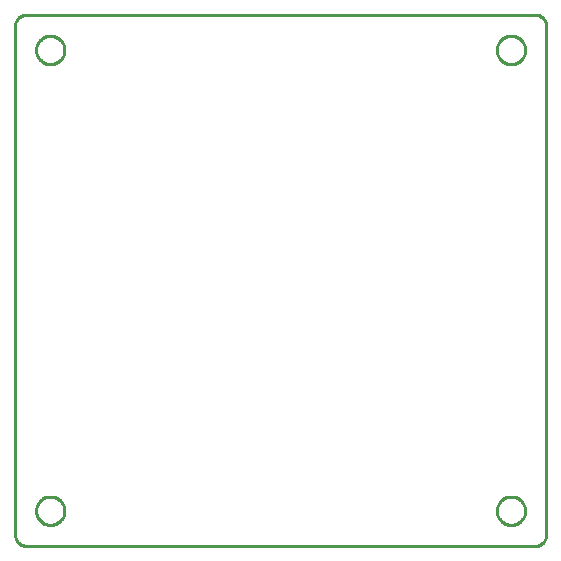
<source format=gbr>
G04 EAGLE Gerber RS-274X export*
G75*
%MOMM*%
%FSLAX34Y34*%
%LPD*%
%IN*%
%IPPOS*%
%AMOC8*
5,1,8,0,0,1.08239X$1,22.5*%
G01*
%ADD10C,0.254000*%


D10*
X0Y10000D02*
X38Y9128D01*
X152Y8264D01*
X341Y7412D01*
X603Y6580D01*
X937Y5774D01*
X1340Y5000D01*
X1808Y4264D01*
X2340Y3572D01*
X2929Y2929D01*
X3572Y2340D01*
X4264Y1808D01*
X5000Y1340D01*
X5774Y937D01*
X6580Y603D01*
X7412Y341D01*
X8264Y152D01*
X9128Y38D01*
X10000Y0D01*
X440000Y0D01*
X440872Y38D01*
X441736Y152D01*
X442588Y341D01*
X443420Y603D01*
X444226Y937D01*
X445000Y1340D01*
X445736Y1808D01*
X446428Y2340D01*
X447071Y2929D01*
X447660Y3572D01*
X448192Y4264D01*
X448660Y5000D01*
X449063Y5774D01*
X449397Y6580D01*
X449659Y7412D01*
X449848Y8264D01*
X449962Y9128D01*
X450000Y10000D01*
X450000Y440000D01*
X449962Y440872D01*
X449848Y441736D01*
X449659Y442588D01*
X449397Y443420D01*
X449063Y444226D01*
X448660Y445000D01*
X448192Y445736D01*
X447660Y446428D01*
X447071Y447071D01*
X446428Y447660D01*
X445736Y448192D01*
X445000Y448660D01*
X444226Y449063D01*
X443420Y449397D01*
X442588Y449659D01*
X441736Y449848D01*
X440872Y449962D01*
X440000Y450000D01*
X10000Y450000D01*
X9128Y449962D01*
X8264Y449848D01*
X7412Y449659D01*
X6580Y449397D01*
X5774Y449063D01*
X5000Y448660D01*
X4264Y448192D01*
X3572Y447660D01*
X2929Y447071D01*
X2340Y446428D01*
X1808Y445736D01*
X1340Y445000D01*
X937Y444226D01*
X603Y443420D01*
X341Y442588D01*
X152Y441736D01*
X38Y440872D01*
X0Y440000D01*
X0Y10000D01*
X42000Y29529D02*
X41926Y28588D01*
X41779Y27657D01*
X41558Y26740D01*
X41267Y25843D01*
X40906Y24972D01*
X40478Y24132D01*
X39985Y23328D01*
X39431Y22565D01*
X38819Y21848D01*
X38152Y21181D01*
X37435Y20569D01*
X36672Y20015D01*
X35868Y19522D01*
X35028Y19094D01*
X34157Y18733D01*
X33260Y18442D01*
X32343Y18222D01*
X31412Y18074D01*
X30471Y18000D01*
X29529Y18000D01*
X28588Y18074D01*
X27657Y18222D01*
X26740Y18442D01*
X25843Y18733D01*
X24972Y19094D01*
X24132Y19522D01*
X23328Y20015D01*
X22565Y20569D01*
X21848Y21181D01*
X21181Y21848D01*
X20569Y22565D01*
X20015Y23328D01*
X19522Y24132D01*
X19094Y24972D01*
X18733Y25843D01*
X18442Y26740D01*
X18222Y27657D01*
X18074Y28588D01*
X18000Y29529D01*
X18000Y30471D01*
X18074Y31412D01*
X18222Y32343D01*
X18442Y33260D01*
X18733Y34157D01*
X19094Y35028D01*
X19522Y35868D01*
X20015Y36672D01*
X20569Y37435D01*
X21181Y38152D01*
X21848Y38819D01*
X22565Y39431D01*
X23328Y39985D01*
X24132Y40478D01*
X24972Y40906D01*
X25843Y41267D01*
X26740Y41558D01*
X27657Y41779D01*
X28588Y41926D01*
X29529Y42000D01*
X30471Y42000D01*
X31412Y41926D01*
X32343Y41779D01*
X33260Y41558D01*
X34157Y41267D01*
X35028Y40906D01*
X35868Y40478D01*
X36672Y39985D01*
X37435Y39431D01*
X38152Y38819D01*
X38819Y38152D01*
X39431Y37435D01*
X39985Y36672D01*
X40478Y35868D01*
X40906Y35028D01*
X41267Y34157D01*
X41558Y33260D01*
X41779Y32343D01*
X41926Y31412D01*
X42000Y30471D01*
X42000Y29529D01*
X432000Y29529D02*
X431926Y28588D01*
X431779Y27657D01*
X431558Y26740D01*
X431267Y25843D01*
X430906Y24972D01*
X430478Y24132D01*
X429985Y23328D01*
X429431Y22565D01*
X428819Y21848D01*
X428152Y21181D01*
X427435Y20569D01*
X426672Y20015D01*
X425868Y19522D01*
X425028Y19094D01*
X424157Y18733D01*
X423260Y18442D01*
X422343Y18222D01*
X421412Y18074D01*
X420471Y18000D01*
X419529Y18000D01*
X418588Y18074D01*
X417657Y18222D01*
X416740Y18442D01*
X415843Y18733D01*
X414972Y19094D01*
X414132Y19522D01*
X413328Y20015D01*
X412565Y20569D01*
X411848Y21181D01*
X411181Y21848D01*
X410569Y22565D01*
X410015Y23328D01*
X409522Y24132D01*
X409094Y24972D01*
X408733Y25843D01*
X408442Y26740D01*
X408222Y27657D01*
X408074Y28588D01*
X408000Y29529D01*
X408000Y30471D01*
X408074Y31412D01*
X408222Y32343D01*
X408442Y33260D01*
X408733Y34157D01*
X409094Y35028D01*
X409522Y35868D01*
X410015Y36672D01*
X410569Y37435D01*
X411181Y38152D01*
X411848Y38819D01*
X412565Y39431D01*
X413328Y39985D01*
X414132Y40478D01*
X414972Y40906D01*
X415843Y41267D01*
X416740Y41558D01*
X417657Y41779D01*
X418588Y41926D01*
X419529Y42000D01*
X420471Y42000D01*
X421412Y41926D01*
X422343Y41779D01*
X423260Y41558D01*
X424157Y41267D01*
X425028Y40906D01*
X425868Y40478D01*
X426672Y39985D01*
X427435Y39431D01*
X428152Y38819D01*
X428819Y38152D01*
X429431Y37435D01*
X429985Y36672D01*
X430478Y35868D01*
X430906Y35028D01*
X431267Y34157D01*
X431558Y33260D01*
X431779Y32343D01*
X431926Y31412D01*
X432000Y30471D01*
X432000Y29529D01*
X42000Y419529D02*
X41926Y418588D01*
X41779Y417657D01*
X41558Y416740D01*
X41267Y415843D01*
X40906Y414972D01*
X40478Y414132D01*
X39985Y413328D01*
X39431Y412565D01*
X38819Y411848D01*
X38152Y411181D01*
X37435Y410569D01*
X36672Y410015D01*
X35868Y409522D01*
X35028Y409094D01*
X34157Y408733D01*
X33260Y408442D01*
X32343Y408222D01*
X31412Y408074D01*
X30471Y408000D01*
X29529Y408000D01*
X28588Y408074D01*
X27657Y408222D01*
X26740Y408442D01*
X25843Y408733D01*
X24972Y409094D01*
X24132Y409522D01*
X23328Y410015D01*
X22565Y410569D01*
X21848Y411181D01*
X21181Y411848D01*
X20569Y412565D01*
X20015Y413328D01*
X19522Y414132D01*
X19094Y414972D01*
X18733Y415843D01*
X18442Y416740D01*
X18222Y417657D01*
X18074Y418588D01*
X18000Y419529D01*
X18000Y420471D01*
X18074Y421412D01*
X18222Y422343D01*
X18442Y423260D01*
X18733Y424157D01*
X19094Y425028D01*
X19522Y425868D01*
X20015Y426672D01*
X20569Y427435D01*
X21181Y428152D01*
X21848Y428819D01*
X22565Y429431D01*
X23328Y429985D01*
X24132Y430478D01*
X24972Y430906D01*
X25843Y431267D01*
X26740Y431558D01*
X27657Y431779D01*
X28588Y431926D01*
X29529Y432000D01*
X30471Y432000D01*
X31412Y431926D01*
X32343Y431779D01*
X33260Y431558D01*
X34157Y431267D01*
X35028Y430906D01*
X35868Y430478D01*
X36672Y429985D01*
X37435Y429431D01*
X38152Y428819D01*
X38819Y428152D01*
X39431Y427435D01*
X39985Y426672D01*
X40478Y425868D01*
X40906Y425028D01*
X41267Y424157D01*
X41558Y423260D01*
X41779Y422343D01*
X41926Y421412D01*
X42000Y420471D01*
X42000Y419529D01*
X432000Y419529D02*
X431926Y418588D01*
X431779Y417657D01*
X431558Y416740D01*
X431267Y415843D01*
X430906Y414972D01*
X430478Y414132D01*
X429985Y413328D01*
X429431Y412565D01*
X428819Y411848D01*
X428152Y411181D01*
X427435Y410569D01*
X426672Y410015D01*
X425868Y409522D01*
X425028Y409094D01*
X424157Y408733D01*
X423260Y408442D01*
X422343Y408222D01*
X421412Y408074D01*
X420471Y408000D01*
X419529Y408000D01*
X418588Y408074D01*
X417657Y408222D01*
X416740Y408442D01*
X415843Y408733D01*
X414972Y409094D01*
X414132Y409522D01*
X413328Y410015D01*
X412565Y410569D01*
X411848Y411181D01*
X411181Y411848D01*
X410569Y412565D01*
X410015Y413328D01*
X409522Y414132D01*
X409094Y414972D01*
X408733Y415843D01*
X408442Y416740D01*
X408222Y417657D01*
X408074Y418588D01*
X408000Y419529D01*
X408000Y420471D01*
X408074Y421412D01*
X408222Y422343D01*
X408442Y423260D01*
X408733Y424157D01*
X409094Y425028D01*
X409522Y425868D01*
X410015Y426672D01*
X410569Y427435D01*
X411181Y428152D01*
X411848Y428819D01*
X412565Y429431D01*
X413328Y429985D01*
X414132Y430478D01*
X414972Y430906D01*
X415843Y431267D01*
X416740Y431558D01*
X417657Y431779D01*
X418588Y431926D01*
X419529Y432000D01*
X420471Y432000D01*
X421412Y431926D01*
X422343Y431779D01*
X423260Y431558D01*
X424157Y431267D01*
X425028Y430906D01*
X425868Y430478D01*
X426672Y429985D01*
X427435Y429431D01*
X428152Y428819D01*
X428819Y428152D01*
X429431Y427435D01*
X429985Y426672D01*
X430478Y425868D01*
X430906Y425028D01*
X431267Y424157D01*
X431558Y423260D01*
X431779Y422343D01*
X431926Y421412D01*
X432000Y420471D01*
X432000Y419529D01*
M02*

</source>
